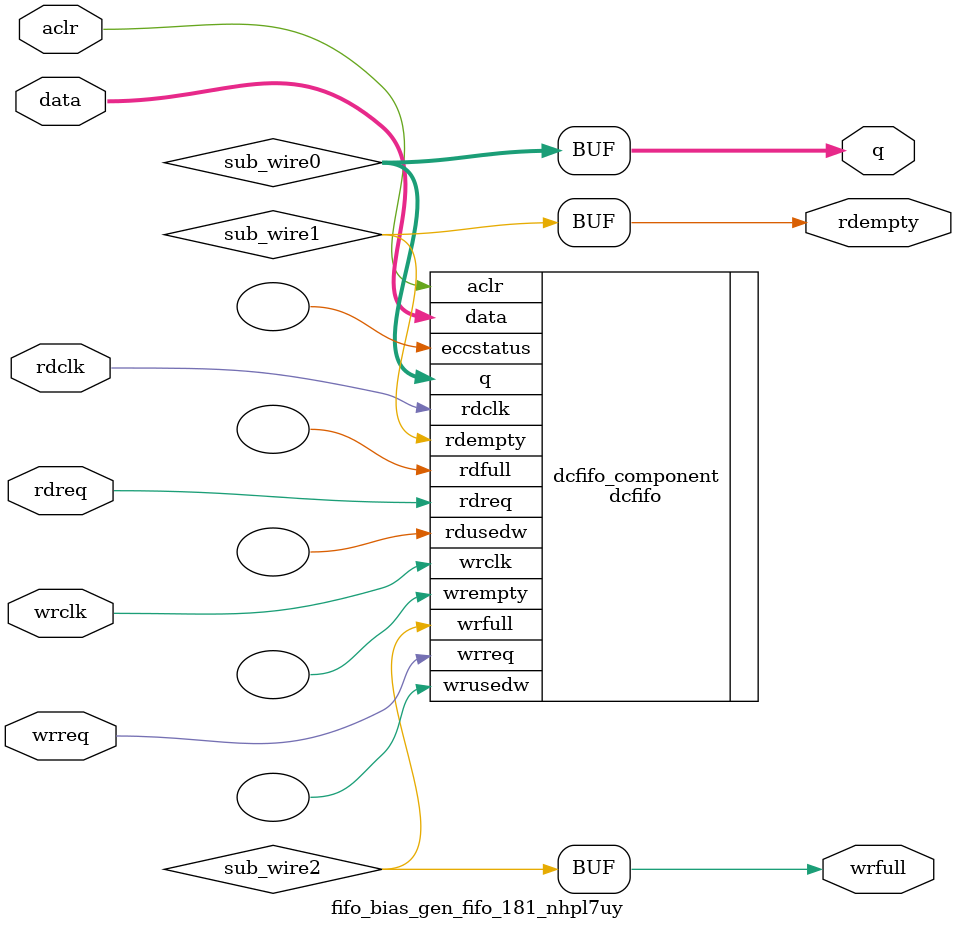
<source format=v>



`timescale 1 ps / 1 ps
// synopsys translate_on
module  fifo_bias_gen_fifo_181_nhpl7uy  (
    aclr,
    data,
    rdclk,
    rdreq,
    wrclk,
    wrreq,
    q,
    rdempty,
    wrfull);

    input    aclr;
    input  [511:0]  data;
    input    rdclk;
    input    rdreq;
    input    wrclk;
    input    wrreq;
    output [511:0]  q;
    output   rdempty;
    output   wrfull;
`ifndef ALTERA_RESERVED_QIS
// synopsys translate_off
`endif
    tri0     aclr;
`ifndef ALTERA_RESERVED_QIS
// synopsys translate_on
`endif

    wire [511:0] sub_wire0;
    wire  sub_wire1;
    wire  sub_wire2;
    wire [511:0] q = sub_wire0[511:0];
    wire  rdempty = sub_wire1;
    wire  wrfull = sub_wire2;

    dcfifo  dcfifo_component (
                .aclr (aclr),
                .data (data),
                .rdclk (rdclk),
                .rdreq (rdreq),
                .wrclk (wrclk),
                .wrreq (wrreq),
                .q (sub_wire0),
                .rdempty (sub_wire1),
                .wrfull (sub_wire2),
                .eccstatus (),
                .rdfull (),
                .rdusedw (),
                .wrempty (),
                .wrusedw ());
    defparam
        dcfifo_component.enable_ecc  = "FALSE",
        dcfifo_component.intended_device_family  = "Arria 10",
        dcfifo_component.lpm_hint  = "DISABLE_DCFIFO_EMBEDDED_TIMING_CONSTRAINT=TRUE",
        dcfifo_component.lpm_numwords  = 64,
        dcfifo_component.lpm_showahead  = "OFF",
        dcfifo_component.lpm_type  = "dcfifo",
        dcfifo_component.lpm_width  = 512,
        dcfifo_component.lpm_widthu  = 6,
        dcfifo_component.overflow_checking  = "ON",
        dcfifo_component.rdsync_delaypipe  = 4,
        dcfifo_component.read_aclr_synch  = "OFF",
        dcfifo_component.underflow_checking  = "ON",
        dcfifo_component.use_eab  = "ON",
        dcfifo_component.write_aclr_synch  = "OFF",
        dcfifo_component.wrsync_delaypipe  = 4;


endmodule



</source>
